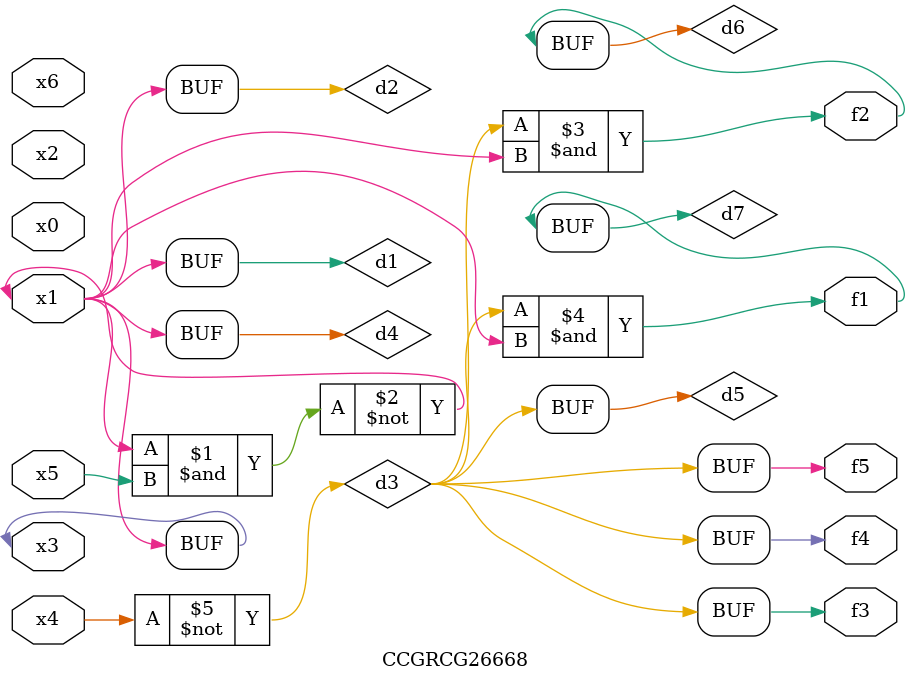
<source format=v>
module CCGRCG26668(
	input x0, x1, x2, x3, x4, x5, x6,
	output f1, f2, f3, f4, f5
);

	wire d1, d2, d3, d4, d5, d6, d7;

	buf (d1, x1, x3);
	nand (d2, x1, x5);
	not (d3, x4);
	buf (d4, d1, d2);
	buf (d5, d3);
	and (d6, d3, d4);
	and (d7, d3, d4);
	assign f1 = d7;
	assign f2 = d6;
	assign f3 = d5;
	assign f4 = d5;
	assign f5 = d5;
endmodule

</source>
